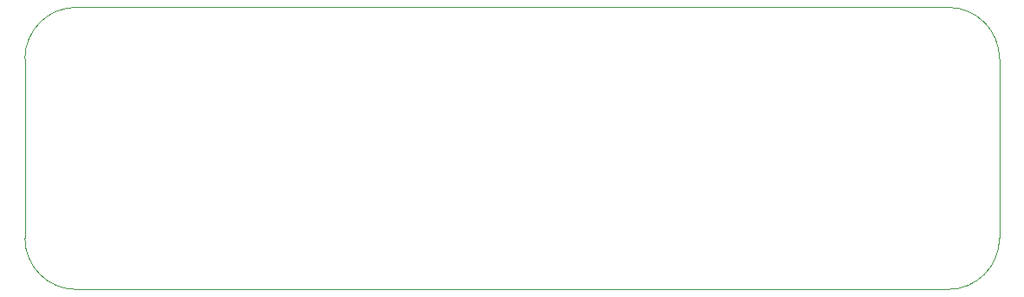
<source format=gbr>
G04 #@! TF.FileFunction,Profile,NP*
%FSLAX46Y46*%
G04 Gerber Fmt 4.6, Leading zero omitted, Abs format (unit mm)*
G04 Created by KiCad (PCBNEW (2015-01-16 BZR 5376)-product) date 28/04/2015 16:45:27*
%MOMM*%
G01*
G04 APERTURE LIST*
%ADD10C,0.100000*%
G04 APERTURE END LIST*
D10*
X87500000Y-90000000D02*
X87500000Y-107500000D01*
X182500000Y-90000000D02*
X182500000Y-107500000D01*
X87500000Y-107500000D02*
G75*
G03X92500000Y-112500000I5000000J0D01*
G01*
X92500000Y-112500000D02*
X177500000Y-112500000D01*
X177500000Y-112500000D02*
G75*
G03X182500000Y-107500000I0J5000000D01*
G01*
X92500000Y-85000000D02*
G75*
G03X87500000Y-90000000I0J-5000000D01*
G01*
X182500000Y-90000000D02*
G75*
G03X177500000Y-85000000I-5000000J0D01*
G01*
X92500000Y-85000000D02*
X177500000Y-85000000D01*
M02*

</source>
